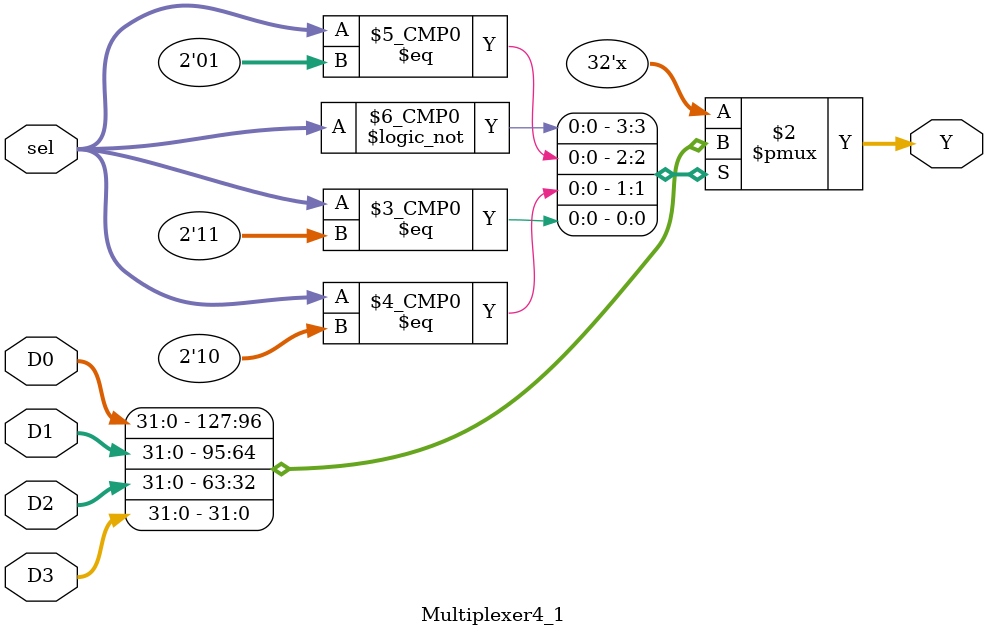
<source format=v>
`timescale 1ns / 1ps


module Multiplexer4_1(
    input [31:0] D0, D1, D2, D3,
    input [1:0] sel,
    output reg [31:0] Y
);
    always @(*) begin
        case(sel)
            2'b00: Y <= D0;
            2'b01: Y <= D1;
            2'b10: Y <= D2;
            2'b11: Y <= D3;
        endcase
    end
endmodule

</source>
